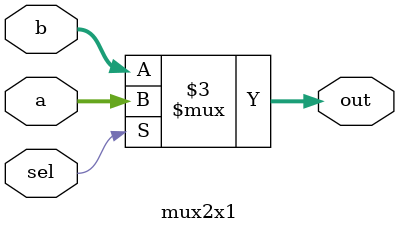
<source format=sv>
module mux2x1 (
  input logic [3:0]a,
  input logic [3:0]b,
  output logic [3:0] out,
  input logic sel
);
  
  always @*
    if (sel)
      out = a;
  
  	else
    out =b;
  
  
endmodule
</source>
